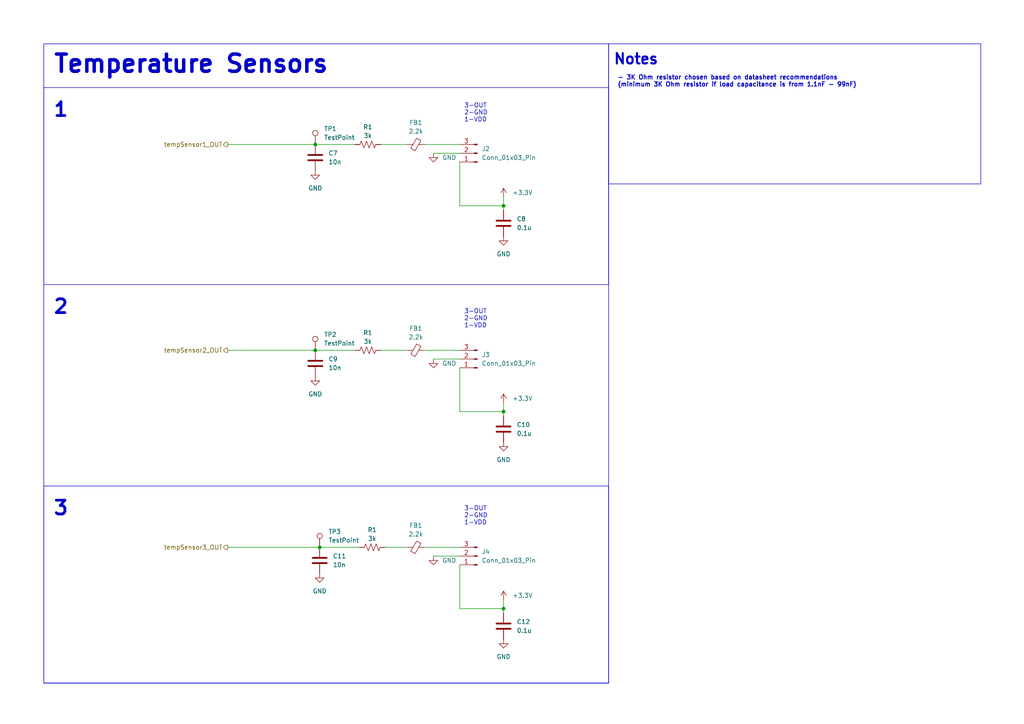
<source format=kicad_sch>
(kicad_sch (version 20230121) (generator eeschema)
  (paper "A4")
  (lib_symbols
    (symbol "Connector:Conn_01x03_Pin" (pin_names (offset 1.016) hide)
      (property "Reference" "J" (at 0 5.08 0))
      (property "Value" "Conn_01x03_Pin" (at 0 -5.08 0))
      (symbol "Conn_01x03_Pin_1_1"
        (polyline (pts (xy 1.27 -2.54) (xy 0.8636 -2.54)) (stroke (width 0.1524)))
        (polyline (pts (xy 1.27 0) (xy 0.8636 0)) (stroke (width 0.1524)))
        (polyline (pts (xy 1.27 2.54) (xy 0.8636 2.54)) (stroke (width 0.1524)))
        (rectangle (start 0.8636 -2.413) (end 0 -2.667) (stroke (width 0.1524)) (fill (type outline)))
        (rectangle (start 0.8636 0.127) (end 0 -0.127) (stroke (width 0.1524)) (fill (type outline)))
        (rectangle (start 0.8636 2.667) (end 0 2.413) (stroke (width 0.1524)) (fill (type outline)))
        (pin passive line (at 5.08 2.54 180) (length 3.81) (name "Pin_1") (number "1"))
        (pin passive line (at 5.08 0 180) (length 3.81) (name "Pin_2") (number "2"))
        (pin passive line (at 5.08 -2.54 180) (length 3.81) (name "Pin_3") (number "3"))
      )
    )
    (symbol "Connector:TestPoint" (pin_numbers hide) (pin_names (offset 0.762) hide)
      (property "Reference" "TP" (at 0 6.858 0))
      (property "Value" "TestPoint" (at 0 5.08 0))
      (symbol "TestPoint_0_1"
        (circle (center 0 3.302) (radius 0.762))
      )
      (symbol "TestPoint_1_1"
        (pin passive line (at 0 0 90) (length 2.54) (name "1") (number "1"))
      )
    )
    (symbol "Device:C" (pin_numbers hide) (pin_names (offset 0.254))
      (property "Reference" "C" (at 0.635 2.54 0))
      (property "Value" "C" (at 0.635 -2.54 0))
      (symbol "C_0_1"
        (polyline (pts (xy -2.032 -0.762) (xy 2.032 -0.762)) (stroke (width 0.508)))
        (polyline (pts (xy -2.032 0.762) (xy 2.032 0.762)) (stroke (width 0.508)))
      )
      (symbol "C_1_1"
        (pin passive line (at 0 3.81 270) (length 2.794) (name "~") (number "1"))
        (pin passive line (at 0 -3.81 90) (length 2.794) (name "~") (number "2"))
      )
    )
    (symbol "Device:FerriteBead_Small" (pin_numbers hide) (pin_names (offset 0))
      (property "Reference" "FB" (at 1.905 1.27 0))
      (property "Value" "FerriteBead_Small" (at 1.905 -1.27 0))
      (symbol "FerriteBead_Small_0_1"
        (polyline (pts (xy 0 -1.27) (xy 0 -0.7874)))
        (polyline (pts (xy 0 0.889) (xy 0 1.2954)))
        (polyline (pts (xy -1.8288 0.2794) (xy -1.1176 1.4986) (xy 1.8288 -0.2032) (xy 1.1176 -1.4224) (xy -1.8288 0.2794)))
      )
      (symbol "FerriteBead_Small_1_1"
        (pin passive line (at 0 2.54 270) (length 1.27) (name "~") (number "1"))
        (pin passive line (at 0 -2.54 90) (length 1.27) (name "~") (number "2"))
      )
    )
    (symbol "Device:R_US" (pin_numbers hide) (pin_names (offset 0))
      (property "Reference" "R" (at 2.54 0 90))
      (property "Value" "R_US" (at -2.54 0 90))
      (symbol "R_US_0_1"
        (polyline (pts (xy 0 -2.286) (xy 0 -2.54)))
        (polyline (pts (xy 0 2.286) (xy 0 2.54)))
        (polyline (pts (xy 0 -0.762) (xy 1.016 -1.143) (xy 0 -1.524) (xy -1.016 -1.905) (xy 0 -2.286)))
        (polyline (pts (xy 0 0.762) (xy 1.016 0.381) (xy 0 0) (xy -1.016 -0.381) (xy 0 -0.762)))
        (polyline (pts (xy 0 2.286) (xy 1.016 1.905) (xy 0 1.524) (xy -1.016 1.143) (xy 0 0.762)))
      )
      (symbol "R_US_1_1"
        (pin passive line (at 0 3.81 270) (length 1.27) (name "~") (number "1"))
        (pin passive line (at 0 -3.81 90) (length 1.27) (name "~") (number "2"))
      )
    )
    (symbol "power:+3.3V" (power) (pin_names (offset 0))
      (property "Value" "+3.3V" (at 0 3.556 0))
      (symbol "+3.3V_0_1"
        (polyline (pts (xy -0.762 1.27) (xy 0 2.54)))
        (polyline (pts (xy 0 0) (xy 0 2.54)))
        (polyline (pts (xy 0 2.54) (xy 0.762 1.27)))
      )
      (symbol "+3.3V_1_1"
        (pin power_in line (at 0 0 90) (length 0) hide (name "+3.3V") (number "1"))
      )
    )
    (symbol "power:GND" (power) (pin_names (offset 0))
      (property "Value" "GND" (at 0 -3.81 0))
      (symbol "GND_0_1"
        (polyline (pts (xy 0 0) (xy 0 -1.27) (xy 1.27 -1.27) (xy 0 -2.54) (xy -1.27 -1.27) (xy 0 -1.27)))
      )
      (symbol "GND_1_1"
        (pin power_in line (at 0 0 270) (length 0) hide (name "GND") (number "1"))
      )
    )
  )
  (junction (at 91.44 101.6))
  (junction (at 91.44 41.91))
  (junction (at 146.05 119.38))
  (junction (at 92.71 158.75))
  (junction (at 146.05 176.53))
  (junction (at 146.05 59.69))
  (wire (pts (xy 110.49 41.91) (xy 118.11 41.91)))
  (wire (pts (xy 91.44 101.6) (xy 102.87 101.6)))
  (wire (pts (xy 146.05 59.69) (xy 146.05 60.96)))
  (wire (pts (xy 123.19 101.6) (xy 133.35 101.6)))
  (wire (pts (xy 123.19 41.91) (xy 133.35 41.91)))
  (wire (pts (xy 146.05 116.84) (xy 146.05 119.38)))
  (wire (pts (xy 125.73 44.45) (xy 133.35 44.45)))
  (wire (pts (xy 125.73 161.29) (xy 133.35 161.29)))
  (wire (pts (xy 146.05 173.99) (xy 146.05 176.53)))
  (wire (pts (xy 110.49 101.6) (xy 118.11 101.6)))
  (wire (pts (xy 146.05 176.53) (xy 146.05 177.8)))
  (wire (pts (xy 133.35 119.38) (xy 146.05 119.38)))
  (wire (pts (xy 91.44 41.91) (xy 102.87 41.91)))
  (wire (pts (xy 66.04 101.6) (xy 91.44 101.6)))
  (wire (pts (xy 133.35 106.68) (xy 133.35 119.38)))
  (wire (pts (xy 133.35 176.53) (xy 146.05 176.53)))
  (wire (pts (xy 66.04 158.75) (xy 92.71 158.75)))
  (wire (pts (xy 123.19 158.75) (xy 133.35 158.75)))
  (wire (pts (xy 125.73 104.14) (xy 133.35 104.14)))
  (wire (pts (xy 111.76 158.75) (xy 118.11 158.75)))
  (wire (pts (xy 146.05 57.15) (xy 146.05 59.69)))
  (wire (pts (xy 92.71 158.75) (xy 104.14 158.75)))
  (wire (pts (xy 133.35 59.69) (xy 146.05 59.69)))
  (wire (pts (xy 133.35 163.83) (xy 133.35 176.53)))
  (wire (pts (xy 133.35 46.99) (xy 133.35 59.69)))
  (wire (pts (xy 66.04 41.91) (xy 91.44 41.91)))
  (wire (pts (xy 146.05 119.38) (xy 146.05 120.65)))
  (rectangle (start 12.7 140.97) (end 176.53 198.12))
  (rectangle (start 12.7 12.7) (end 176.53 198.12))
  (rectangle (start 12.7 25.4) (end 176.53 82.55))
  (rectangle (start 176.53 12.7) (end 284.48 53.34))
  (text "- 3K Ohm resistor chosen based on datasheet recommendations\n(minimum 3K Ohm resistor if load capacitance is from 1.1nF - 99nF)" (at 179.07 25.4 0) (effects (font (size 1.27 1.27) bold) (justify left bottom)))
  (text "1" (at 15.24 34.29 0) (effects (font (size 4 4) (thickness 0.8) bold) (justify left bottom)))
  (text "3" (at 15.24 149.86 0) (effects (font (size 4 4) (thickness 0.8) bold) (justify left bottom)))
  (text "2" (at 15.24 91.44 0) (effects (font (size 4 4) (thickness 0.8) bold) (justify left bottom)))
  (text "3-OUT\n2-GND\n1-VDD" (at 134.62 35.56 0) (effects (font (size 1.27 1.27)) (justify left bottom)))
  (text "3-OUT\n2-GND\n1-VDD" (at 134.62 95.25 0) (effects (font (size 1.27 1.27)) (justify left bottom)))
  (text "3-OUT\n2-GND\n1-VDD" (at 134.62 152.4 0) (effects (font (size 1.27 1.27)) (justify left bottom)))
  (text "Notes" (at 177.8 19.05 0) (effects (font (size 3 3) (thickness 0.6) bold) (justify left bottom)))
  (text "Temperature Sensors" (at 15.24 21.59 0) (effects (font (size 5 5) (thickness 1) bold) (justify left bottom)))
  (hierarchical_label "tempSensor3_OUT" (shape output) (at 66.04 158.75 180))
  (hierarchical_label "tempSensor2_OUT" (shape output) (at 66.04 101.6 180))
  (hierarchical_label "tempSensor1_OUT" (shape output) (at 66.04 41.91 180))
  (symbol (lib_id "Connector:TestPoint") (at 91.44 41.91 0) (unit 1)
    (property "Reference" "TP1" (at 93.98 37.338 0) (effects (justify left)))
    (property "Value" "TestPoint" (at 93.98 39.878 0) (effects (justify left)))
    (property "Footprint" "TestPoint:TestPoint_THTPad_D2.0mm_Drill1.0mm" (effects hide))
  )
  (symbol (lib_id "Connector:Conn_01x03_Pin") (at 138.43 161.29 180) (unit 1)
    (property "Reference" "J4" (at 139.7 160.02 0) (effects (justify right)))
    (property "Value" "Conn_01x03_Pin" (at 139.7 162.56 0) (effects (justify right)))
    (property "Footprint" "UTSVT_Connectors:Molex_MicroFit3.0_1x3xP3.00mm_PolarizingPeg_Vertical" (effects hide))
    (property "Datasheet" "https://www.molex.com/en-us/products/part-detail/436500315?display=pdf" (effects hide))
    (property "Manufacturer_Name" "Molex" (effects hide))
    (property "P/N" "43650-0315" (effects hide))
    (property "Mouser Part Number" "538-43650-0315" (effects hide))
  )
  (symbol (lib_id "Device:C") (at 146.05 64.77 0) (unit 1)
    (property "Reference" "C8" (at 149.86 63.5 0) (effects (justify left)))
    (property "Value" "0.1u" (at 149.86 66.04 0) (effects (justify left)))
    (property "Footprint" "Capacitor_SMD:C_0805_2012Metric" (effects hide))
  )
  (symbol (lib_id "power:+3.3V") (at 146.05 173.99 0) (unit 1)
    (property "Reference" "#PWR013" (effects hide))
    (property "Value" "+3.3V" (at 148.59 172.72 0) (effects (justify left)))
  )
  (symbol (lib_id "power:GND") (at 146.05 128.27 0) (unit 1)
    (property "Reference" "#PWR010" (effects hide))
    (property "Value" "GND" (at 146.05 133.35 0))
  )
  (symbol (lib_id "Device:C") (at 146.05 181.61 0) (unit 1)
    (property "Reference" "C12" (at 149.86 180.34 0) (effects (justify left)))
    (property "Value" "0.1u" (at 149.86 182.88 0) (effects (justify left)))
    (property "Footprint" "Capacitor_SMD:C_0805_2012Metric" (effects hide))
  )
  (symbol (lib_id "Connector:Conn_01x03_Pin") (at 138.43 104.14 180) (unit 1)
    (property "Reference" "J3" (at 139.7 102.87 0) (effects (justify right)))
    (property "Value" "Conn_01x03_Pin" (at 139.7 105.41 0) (effects (justify right)))
    (property "Footprint" "UTSVT_Connectors:Molex_MicroFit3.0_1x3xP3.00mm_PolarizingPeg_Vertical" (effects hide))
    (property "Datasheet" "https://www.molex.com/en-us/products/part-detail/436500315?display=pdf" (effects hide))
    (property "Manufacturer_Name" "Molex" (effects hide))
    (property "P/N" "43650-0315" (effects hide))
    (property "Mouser Part Number" "538-43650-0315" (effects hide))
  )
  (symbol (lib_id "Device:C") (at 92.71 162.56 0) (unit 1)
    (property "Reference" "C11" (at 96.52 161.29 0) (effects (justify left)))
    (property "Value" "10n" (at 96.52 163.83 0) (effects (justify left)))
    (property "Footprint" "Capacitor_SMD:C_0805_2012Metric" (effects hide))
  )
  (symbol (lib_id "Connector:TestPoint") (at 91.44 101.6 0) (unit 1)
    (property "Reference" "TP2" (at 93.98 97.028 0) (effects (justify left)))
    (property "Value" "TestPoint" (at 93.98 99.568 0) (effects (justify left)))
    (property "Footprint" "TestPoint:TestPoint_THTPad_D2.0mm_Drill1.0mm" (effects hide))
  )
  (symbol (lib_id "power:GND") (at 146.05 68.58 0) (unit 1)
    (property "Reference" "#PWR018" (effects hide))
    (property "Value" "GND" (at 146.05 73.66 0))
  )
  (symbol (lib_id "Device:C") (at 91.44 45.72 0) (unit 1)
    (property "Reference" "C7" (at 95.25 44.45 0) (effects (justify left)))
    (property "Value" "10n" (at 95.25 46.99 0) (effects (justify left)))
    (property "Footprint" "Capacitor_SMD:C_0805_2012Metric" (effects hide))
  )
  (symbol (lib_id "power:GND") (at 91.44 49.53 0) (unit 1)
    (property "Reference" "#PWR017" (effects hide))
    (property "Value" "GND" (at 91.44 54.61 0))
  )
  (symbol (lib_id "power:+3.3V") (at 146.05 116.84 0) (unit 1)
    (property "Reference" "#PWR05" (effects hide))
    (property "Value" "+3.3V" (at 148.59 115.57 0) (effects (justify left)))
  )
  (symbol (lib_id "Device:FerriteBead_Small") (at 120.65 158.75 90) (unit 1)
    (property "Reference" "FB1" (at 120.6119 152.4 90))
    (property "Value" "2.2k" (at 120.6119 154.94 90))
    (property "Footprint" "Inductor_SMD:L_0805_2012Metric_Pad1.05x1.20mm_HandSolder" (effects hide))
    (property "Datasheet" "https://www.digikey.com/en/products/detail/laird-signal-integrity-products/HZ0805B222R-10/1236418" (effects hide))
    (property "P/N" "HZ0805B222R-10" (effects hide))
    (property "Mouser Part Number" "875-HZ0805B222R-10" (effects hide))
    (instances (project "BPS-MinionShield" (path "" (reference "FB1") (unit 1))) (project "Telemetry-Peripheral-SOM-Daughterboard-IMU" (path "" (reference "FB3") (unit 1))))
  )
  (symbol (lib_id "power:+3.3V") (at 146.05 57.15 0) (unit 1)
    (property "Reference" "#PWR016" (effects hide))
    (property "Value" "+3.3V" (at 148.59 55.88 0) (effects (justify left)))
  )
  (symbol (lib_id "power:GND") (at 146.05 185.42 0) (unit 1)
    (property "Reference" "#PWR023" (effects hide))
    (property "Value" "GND" (at 146.05 190.5 0))
  )
  (symbol (lib_id "Connector:TestPoint") (at 92.71 158.75 0) (unit 1)
    (property "Reference" "TP3" (at 95.25 154.178 0) (effects (justify left)))
    (property "Value" "TestPoint" (at 95.25 156.718 0) (effects (justify left)))
    (property "Footprint" "TestPoint:TestPoint_THTPad_D2.0mm_Drill1.0mm" (effects hide))
  )
  (symbol (lib_id "Device:FerriteBead_Small") (at 120.65 101.6 90) (unit 1)
    (property "Reference" "FB1" (at 120.6119 95.25 90))
    (property "Value" "2.2k" (at 120.6119 97.79 90))
    (property "Footprint" "Inductor_SMD:L_0805_2012Metric_Pad1.05x1.20mm_HandSolder" (effects hide))
    (property "Datasheet" "https://www.digikey.com/en/products/detail/laird-signal-integrity-products/HZ0805B222R-10/1236418" (effects hide))
    (property "P/N" "HZ0805B222R-10" (effects hide))
    (property "Mouser Part Number" "875-HZ0805B222R-10" (effects hide))
    (instances (project "BPS-MinionShield" (path "" (reference "FB1") (unit 1))) (project "Telemetry-Peripheral-SOM-Daughterboard-IMU" (path "" (reference "FB2") (unit 1))))
  )
  (symbol (lib_id "Device:C") (at 91.44 105.41 0) (unit 1)
    (property "Reference" "C9" (at 95.25 104.14 0) (effects (justify left)))
    (property "Value" "10n" (at 95.25 106.68 0) (effects (justify left)))
    (property "Footprint" "Capacitor_SMD:C_0805_2012Metric" (effects hide))
  )
  (symbol (lib_id "power:GND") (at 125.73 44.45 0) (unit 1)
    (property "Reference" "#PWR015" (effects hide))
    (property "Value" "GND" (at 128.27 45.72 0) (effects (justify left)))
  )
  (symbol (lib_id "Device:R_US") (at 106.68 41.91 90) (unit 1)
    (property "Reference" "R1" (at 106.68 36.83 90))
    (property "Value" "3k" (at 106.68 39.37 90))
    (property "Footprint" "Resistor_SMD:R_0805_2012Metric_Pad1.20x1.40mm_HandSolder" (effects hide))
    (property "Datasheet" "https://www.mouser.com/ProductDetail/603-RT0805FRE074K7L" (effects hide))
    (instances (project "BPS-MinionShield" (path "" (reference "R1") (unit 1))) (project "Telemetry-Peripheral-SOM-Daughterboard-IMU" (path "" (reference "R2") (unit 1))))
  )
  (symbol (lib_id "Device:R_US") (at 107.95 158.75 90) (unit 1)
    (property "Reference" "R1" (at 107.95 153.67 90))
    (property "Value" "3k" (at 107.95 156.21 90))
    (property "Footprint" "Resistor_SMD:R_0805_2012Metric_Pad1.20x1.40mm_HandSolder" (effects hide))
    (property "Datasheet" "https://www.mouser.com/ProductDetail/603-RT0805FRE074K7L" (effects hide))
    (instances (project "BPS-MinionShield" (path "" (reference "R1") (unit 1))) (project "Telemetry-Peripheral-SOM-Daughterboard-IMU" (path "" (reference "R4") (unit 1))))
  )
  (symbol (lib_id "Device:FerriteBead_Small") (at 120.65 41.91 90) (unit 1)
    (property "Reference" "FB1" (at 120.6119 35.56 90))
    (property "Value" "2.2k" (at 120.6119 38.1 90))
    (property "Footprint" "Inductor_SMD:L_0805_2012Metric_Pad1.05x1.20mm_HandSolder" (effects hide))
    (property "Datasheet" "https://www.digikey.com/en/products/detail/laird-signal-integrity-products/HZ0805B222R-10/1236418" (effects hide))
    (property "P/N" "HZ0805B222R-10" (effects hide))
    (property "Mouser Part Number" "875-HZ0805B222R-10" (effects hide))
  )
  (symbol (lib_id "Device:C") (at 146.05 124.46 0) (unit 1)
    (property "Reference" "C10" (at 149.86 123.19 0) (effects (justify left)))
    (property "Value" "0.1u" (at 149.86 125.73 0) (effects (justify left)))
    (property "Footprint" "Capacitor_SMD:C_0805_2012Metric" (effects hide))
  )
  (symbol (lib_id "power:GND") (at 125.73 104.14 0) (unit 1)
    (property "Reference" "#PWR03" (effects hide))
    (property "Value" "GND" (at 128.27 105.41 0) (effects (justify left)))
  )
  (symbol (lib_id "power:GND") (at 92.71 166.37 0) (unit 1)
    (property "Reference" "#PWR012" (effects hide))
    (property "Value" "GND" (at 92.71 171.45 0))
  )
  (symbol (lib_id "power:GND") (at 125.73 161.29 0) (unit 1)
    (property "Reference" "#PWR011" (effects hide))
    (property "Value" "GND" (at 128.27 162.56 0) (effects (justify left)))
  )
  (symbol (lib_id "power:GND") (at 91.44 109.22 0) (unit 1)
    (property "Reference" "#PWR04" (effects hide))
    (property "Value" "GND" (at 91.44 114.3 0))
  )
  (symbol (lib_id "Connector:Conn_01x03_Pin") (at 138.43 44.45 180) (unit 1)
    (property "Reference" "J2" (at 139.7 43.18 0) (effects (justify right)))
    (property "Value" "Conn_01x03_Pin" (at 139.7 45.72 0) (effects (justify right)))
    (property "Footprint" "UTSVT_Connectors:Molex_MicroFit3.0_1x3xP3.00mm_PolarizingPeg_Vertical" (effects hide))
    (property "Datasheet" "https://www.molex.com/en-us/products/part-detail/436500315?display=pdf" (effects hide))
    (property "Manufacturer_Name" "Molex" (effects hide))
    (property "P/N" "43650-0315" (effects hide))
    (property "Mouser Part Number" "538-43650-0315" (effects hide))
  )
  (symbol (lib_id "Device:R_US") (at 106.68 101.6 90) (unit 1)
    (property "Reference" "R1" (at 106.68 96.52 90))
    (property "Value" "3k" (at 106.68 99.06 90))
    (property "Footprint" "Resistor_SMD:R_0805_2012Metric_Pad1.20x1.40mm_HandSolder" (effects hide))
    (property "Datasheet" "https://www.mouser.com/ProductDetail/603-RT0805FRE074K7L" (effects hide))
    (instances (project "BPS-MinionShield" (path "" (reference "R1") (unit 1))) (project "Telemetry-Peripheral-SOM-Daughterboard-IMU" (path "" (reference "R3") (unit 1))))
  )
)
</source>
